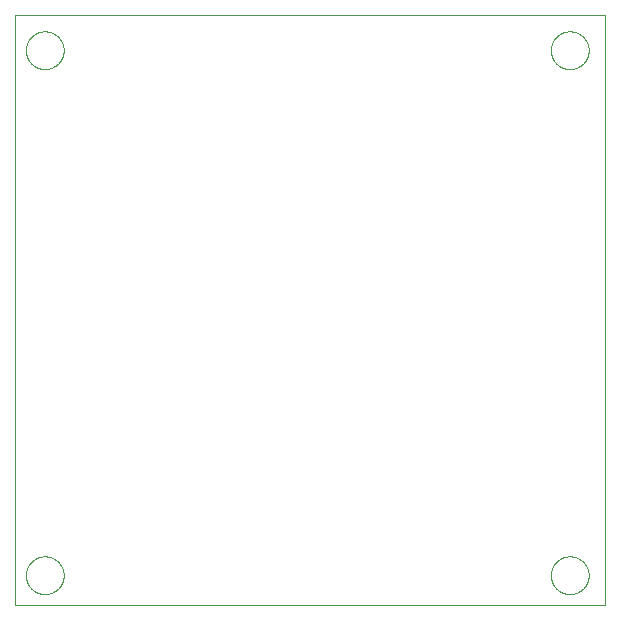
<source format=gtp>
G75*
%MOIN*%
%OFA0B0*%
%FSLAX25Y25*%
%IPPOS*%
%LPD*%
%AMOC8*
5,1,8,0,0,1.08239X$1,22.5*
%
%ADD10C,0.00000*%
D10*
X0001800Y0006800D02*
X0001800Y0203650D01*
X0198650Y0203650D01*
X0198650Y0006800D01*
X0001800Y0006800D01*
X0005501Y0016800D02*
X0005503Y0016958D01*
X0005509Y0017116D01*
X0005519Y0017274D01*
X0005533Y0017432D01*
X0005551Y0017589D01*
X0005572Y0017746D01*
X0005598Y0017902D01*
X0005628Y0018058D01*
X0005661Y0018213D01*
X0005699Y0018366D01*
X0005740Y0018519D01*
X0005785Y0018671D01*
X0005834Y0018822D01*
X0005887Y0018971D01*
X0005943Y0019119D01*
X0006003Y0019265D01*
X0006067Y0019410D01*
X0006135Y0019553D01*
X0006206Y0019695D01*
X0006280Y0019835D01*
X0006358Y0019972D01*
X0006440Y0020108D01*
X0006524Y0020242D01*
X0006613Y0020373D01*
X0006704Y0020502D01*
X0006799Y0020629D01*
X0006896Y0020754D01*
X0006997Y0020876D01*
X0007101Y0020995D01*
X0007208Y0021112D01*
X0007318Y0021226D01*
X0007431Y0021337D01*
X0007546Y0021446D01*
X0007664Y0021551D01*
X0007785Y0021653D01*
X0007908Y0021753D01*
X0008034Y0021849D01*
X0008162Y0021942D01*
X0008292Y0022032D01*
X0008425Y0022118D01*
X0008560Y0022202D01*
X0008696Y0022281D01*
X0008835Y0022358D01*
X0008976Y0022430D01*
X0009118Y0022500D01*
X0009262Y0022565D01*
X0009408Y0022627D01*
X0009555Y0022685D01*
X0009704Y0022740D01*
X0009854Y0022791D01*
X0010005Y0022838D01*
X0010157Y0022881D01*
X0010310Y0022920D01*
X0010465Y0022956D01*
X0010620Y0022987D01*
X0010776Y0023015D01*
X0010932Y0023039D01*
X0011089Y0023059D01*
X0011247Y0023075D01*
X0011404Y0023087D01*
X0011563Y0023095D01*
X0011721Y0023099D01*
X0011879Y0023099D01*
X0012037Y0023095D01*
X0012196Y0023087D01*
X0012353Y0023075D01*
X0012511Y0023059D01*
X0012668Y0023039D01*
X0012824Y0023015D01*
X0012980Y0022987D01*
X0013135Y0022956D01*
X0013290Y0022920D01*
X0013443Y0022881D01*
X0013595Y0022838D01*
X0013746Y0022791D01*
X0013896Y0022740D01*
X0014045Y0022685D01*
X0014192Y0022627D01*
X0014338Y0022565D01*
X0014482Y0022500D01*
X0014624Y0022430D01*
X0014765Y0022358D01*
X0014904Y0022281D01*
X0015040Y0022202D01*
X0015175Y0022118D01*
X0015308Y0022032D01*
X0015438Y0021942D01*
X0015566Y0021849D01*
X0015692Y0021753D01*
X0015815Y0021653D01*
X0015936Y0021551D01*
X0016054Y0021446D01*
X0016169Y0021337D01*
X0016282Y0021226D01*
X0016392Y0021112D01*
X0016499Y0020995D01*
X0016603Y0020876D01*
X0016704Y0020754D01*
X0016801Y0020629D01*
X0016896Y0020502D01*
X0016987Y0020373D01*
X0017076Y0020242D01*
X0017160Y0020108D01*
X0017242Y0019972D01*
X0017320Y0019835D01*
X0017394Y0019695D01*
X0017465Y0019553D01*
X0017533Y0019410D01*
X0017597Y0019265D01*
X0017657Y0019119D01*
X0017713Y0018971D01*
X0017766Y0018822D01*
X0017815Y0018671D01*
X0017860Y0018519D01*
X0017901Y0018366D01*
X0017939Y0018213D01*
X0017972Y0018058D01*
X0018002Y0017902D01*
X0018028Y0017746D01*
X0018049Y0017589D01*
X0018067Y0017432D01*
X0018081Y0017274D01*
X0018091Y0017116D01*
X0018097Y0016958D01*
X0018099Y0016800D01*
X0018097Y0016642D01*
X0018091Y0016484D01*
X0018081Y0016326D01*
X0018067Y0016168D01*
X0018049Y0016011D01*
X0018028Y0015854D01*
X0018002Y0015698D01*
X0017972Y0015542D01*
X0017939Y0015387D01*
X0017901Y0015234D01*
X0017860Y0015081D01*
X0017815Y0014929D01*
X0017766Y0014778D01*
X0017713Y0014629D01*
X0017657Y0014481D01*
X0017597Y0014335D01*
X0017533Y0014190D01*
X0017465Y0014047D01*
X0017394Y0013905D01*
X0017320Y0013765D01*
X0017242Y0013628D01*
X0017160Y0013492D01*
X0017076Y0013358D01*
X0016987Y0013227D01*
X0016896Y0013098D01*
X0016801Y0012971D01*
X0016704Y0012846D01*
X0016603Y0012724D01*
X0016499Y0012605D01*
X0016392Y0012488D01*
X0016282Y0012374D01*
X0016169Y0012263D01*
X0016054Y0012154D01*
X0015936Y0012049D01*
X0015815Y0011947D01*
X0015692Y0011847D01*
X0015566Y0011751D01*
X0015438Y0011658D01*
X0015308Y0011568D01*
X0015175Y0011482D01*
X0015040Y0011398D01*
X0014904Y0011319D01*
X0014765Y0011242D01*
X0014624Y0011170D01*
X0014482Y0011100D01*
X0014338Y0011035D01*
X0014192Y0010973D01*
X0014045Y0010915D01*
X0013896Y0010860D01*
X0013746Y0010809D01*
X0013595Y0010762D01*
X0013443Y0010719D01*
X0013290Y0010680D01*
X0013135Y0010644D01*
X0012980Y0010613D01*
X0012824Y0010585D01*
X0012668Y0010561D01*
X0012511Y0010541D01*
X0012353Y0010525D01*
X0012196Y0010513D01*
X0012037Y0010505D01*
X0011879Y0010501D01*
X0011721Y0010501D01*
X0011563Y0010505D01*
X0011404Y0010513D01*
X0011247Y0010525D01*
X0011089Y0010541D01*
X0010932Y0010561D01*
X0010776Y0010585D01*
X0010620Y0010613D01*
X0010465Y0010644D01*
X0010310Y0010680D01*
X0010157Y0010719D01*
X0010005Y0010762D01*
X0009854Y0010809D01*
X0009704Y0010860D01*
X0009555Y0010915D01*
X0009408Y0010973D01*
X0009262Y0011035D01*
X0009118Y0011100D01*
X0008976Y0011170D01*
X0008835Y0011242D01*
X0008696Y0011319D01*
X0008560Y0011398D01*
X0008425Y0011482D01*
X0008292Y0011568D01*
X0008162Y0011658D01*
X0008034Y0011751D01*
X0007908Y0011847D01*
X0007785Y0011947D01*
X0007664Y0012049D01*
X0007546Y0012154D01*
X0007431Y0012263D01*
X0007318Y0012374D01*
X0007208Y0012488D01*
X0007101Y0012605D01*
X0006997Y0012724D01*
X0006896Y0012846D01*
X0006799Y0012971D01*
X0006704Y0013098D01*
X0006613Y0013227D01*
X0006524Y0013358D01*
X0006440Y0013492D01*
X0006358Y0013628D01*
X0006280Y0013765D01*
X0006206Y0013905D01*
X0006135Y0014047D01*
X0006067Y0014190D01*
X0006003Y0014335D01*
X0005943Y0014481D01*
X0005887Y0014629D01*
X0005834Y0014778D01*
X0005785Y0014929D01*
X0005740Y0015081D01*
X0005699Y0015234D01*
X0005661Y0015387D01*
X0005628Y0015542D01*
X0005598Y0015698D01*
X0005572Y0015854D01*
X0005551Y0016011D01*
X0005533Y0016168D01*
X0005519Y0016326D01*
X0005509Y0016484D01*
X0005503Y0016642D01*
X0005501Y0016800D01*
X0005501Y0191800D02*
X0005503Y0191958D01*
X0005509Y0192116D01*
X0005519Y0192274D01*
X0005533Y0192432D01*
X0005551Y0192589D01*
X0005572Y0192746D01*
X0005598Y0192902D01*
X0005628Y0193058D01*
X0005661Y0193213D01*
X0005699Y0193366D01*
X0005740Y0193519D01*
X0005785Y0193671D01*
X0005834Y0193822D01*
X0005887Y0193971D01*
X0005943Y0194119D01*
X0006003Y0194265D01*
X0006067Y0194410D01*
X0006135Y0194553D01*
X0006206Y0194695D01*
X0006280Y0194835D01*
X0006358Y0194972D01*
X0006440Y0195108D01*
X0006524Y0195242D01*
X0006613Y0195373D01*
X0006704Y0195502D01*
X0006799Y0195629D01*
X0006896Y0195754D01*
X0006997Y0195876D01*
X0007101Y0195995D01*
X0007208Y0196112D01*
X0007318Y0196226D01*
X0007431Y0196337D01*
X0007546Y0196446D01*
X0007664Y0196551D01*
X0007785Y0196653D01*
X0007908Y0196753D01*
X0008034Y0196849D01*
X0008162Y0196942D01*
X0008292Y0197032D01*
X0008425Y0197118D01*
X0008560Y0197202D01*
X0008696Y0197281D01*
X0008835Y0197358D01*
X0008976Y0197430D01*
X0009118Y0197500D01*
X0009262Y0197565D01*
X0009408Y0197627D01*
X0009555Y0197685D01*
X0009704Y0197740D01*
X0009854Y0197791D01*
X0010005Y0197838D01*
X0010157Y0197881D01*
X0010310Y0197920D01*
X0010465Y0197956D01*
X0010620Y0197987D01*
X0010776Y0198015D01*
X0010932Y0198039D01*
X0011089Y0198059D01*
X0011247Y0198075D01*
X0011404Y0198087D01*
X0011563Y0198095D01*
X0011721Y0198099D01*
X0011879Y0198099D01*
X0012037Y0198095D01*
X0012196Y0198087D01*
X0012353Y0198075D01*
X0012511Y0198059D01*
X0012668Y0198039D01*
X0012824Y0198015D01*
X0012980Y0197987D01*
X0013135Y0197956D01*
X0013290Y0197920D01*
X0013443Y0197881D01*
X0013595Y0197838D01*
X0013746Y0197791D01*
X0013896Y0197740D01*
X0014045Y0197685D01*
X0014192Y0197627D01*
X0014338Y0197565D01*
X0014482Y0197500D01*
X0014624Y0197430D01*
X0014765Y0197358D01*
X0014904Y0197281D01*
X0015040Y0197202D01*
X0015175Y0197118D01*
X0015308Y0197032D01*
X0015438Y0196942D01*
X0015566Y0196849D01*
X0015692Y0196753D01*
X0015815Y0196653D01*
X0015936Y0196551D01*
X0016054Y0196446D01*
X0016169Y0196337D01*
X0016282Y0196226D01*
X0016392Y0196112D01*
X0016499Y0195995D01*
X0016603Y0195876D01*
X0016704Y0195754D01*
X0016801Y0195629D01*
X0016896Y0195502D01*
X0016987Y0195373D01*
X0017076Y0195242D01*
X0017160Y0195108D01*
X0017242Y0194972D01*
X0017320Y0194835D01*
X0017394Y0194695D01*
X0017465Y0194553D01*
X0017533Y0194410D01*
X0017597Y0194265D01*
X0017657Y0194119D01*
X0017713Y0193971D01*
X0017766Y0193822D01*
X0017815Y0193671D01*
X0017860Y0193519D01*
X0017901Y0193366D01*
X0017939Y0193213D01*
X0017972Y0193058D01*
X0018002Y0192902D01*
X0018028Y0192746D01*
X0018049Y0192589D01*
X0018067Y0192432D01*
X0018081Y0192274D01*
X0018091Y0192116D01*
X0018097Y0191958D01*
X0018099Y0191800D01*
X0018097Y0191642D01*
X0018091Y0191484D01*
X0018081Y0191326D01*
X0018067Y0191168D01*
X0018049Y0191011D01*
X0018028Y0190854D01*
X0018002Y0190698D01*
X0017972Y0190542D01*
X0017939Y0190387D01*
X0017901Y0190234D01*
X0017860Y0190081D01*
X0017815Y0189929D01*
X0017766Y0189778D01*
X0017713Y0189629D01*
X0017657Y0189481D01*
X0017597Y0189335D01*
X0017533Y0189190D01*
X0017465Y0189047D01*
X0017394Y0188905D01*
X0017320Y0188765D01*
X0017242Y0188628D01*
X0017160Y0188492D01*
X0017076Y0188358D01*
X0016987Y0188227D01*
X0016896Y0188098D01*
X0016801Y0187971D01*
X0016704Y0187846D01*
X0016603Y0187724D01*
X0016499Y0187605D01*
X0016392Y0187488D01*
X0016282Y0187374D01*
X0016169Y0187263D01*
X0016054Y0187154D01*
X0015936Y0187049D01*
X0015815Y0186947D01*
X0015692Y0186847D01*
X0015566Y0186751D01*
X0015438Y0186658D01*
X0015308Y0186568D01*
X0015175Y0186482D01*
X0015040Y0186398D01*
X0014904Y0186319D01*
X0014765Y0186242D01*
X0014624Y0186170D01*
X0014482Y0186100D01*
X0014338Y0186035D01*
X0014192Y0185973D01*
X0014045Y0185915D01*
X0013896Y0185860D01*
X0013746Y0185809D01*
X0013595Y0185762D01*
X0013443Y0185719D01*
X0013290Y0185680D01*
X0013135Y0185644D01*
X0012980Y0185613D01*
X0012824Y0185585D01*
X0012668Y0185561D01*
X0012511Y0185541D01*
X0012353Y0185525D01*
X0012196Y0185513D01*
X0012037Y0185505D01*
X0011879Y0185501D01*
X0011721Y0185501D01*
X0011563Y0185505D01*
X0011404Y0185513D01*
X0011247Y0185525D01*
X0011089Y0185541D01*
X0010932Y0185561D01*
X0010776Y0185585D01*
X0010620Y0185613D01*
X0010465Y0185644D01*
X0010310Y0185680D01*
X0010157Y0185719D01*
X0010005Y0185762D01*
X0009854Y0185809D01*
X0009704Y0185860D01*
X0009555Y0185915D01*
X0009408Y0185973D01*
X0009262Y0186035D01*
X0009118Y0186100D01*
X0008976Y0186170D01*
X0008835Y0186242D01*
X0008696Y0186319D01*
X0008560Y0186398D01*
X0008425Y0186482D01*
X0008292Y0186568D01*
X0008162Y0186658D01*
X0008034Y0186751D01*
X0007908Y0186847D01*
X0007785Y0186947D01*
X0007664Y0187049D01*
X0007546Y0187154D01*
X0007431Y0187263D01*
X0007318Y0187374D01*
X0007208Y0187488D01*
X0007101Y0187605D01*
X0006997Y0187724D01*
X0006896Y0187846D01*
X0006799Y0187971D01*
X0006704Y0188098D01*
X0006613Y0188227D01*
X0006524Y0188358D01*
X0006440Y0188492D01*
X0006358Y0188628D01*
X0006280Y0188765D01*
X0006206Y0188905D01*
X0006135Y0189047D01*
X0006067Y0189190D01*
X0006003Y0189335D01*
X0005943Y0189481D01*
X0005887Y0189629D01*
X0005834Y0189778D01*
X0005785Y0189929D01*
X0005740Y0190081D01*
X0005699Y0190234D01*
X0005661Y0190387D01*
X0005628Y0190542D01*
X0005598Y0190698D01*
X0005572Y0190854D01*
X0005551Y0191011D01*
X0005533Y0191168D01*
X0005519Y0191326D01*
X0005509Y0191484D01*
X0005503Y0191642D01*
X0005501Y0191800D01*
X0180501Y0191800D02*
X0180503Y0191958D01*
X0180509Y0192116D01*
X0180519Y0192274D01*
X0180533Y0192432D01*
X0180551Y0192589D01*
X0180572Y0192746D01*
X0180598Y0192902D01*
X0180628Y0193058D01*
X0180661Y0193213D01*
X0180699Y0193366D01*
X0180740Y0193519D01*
X0180785Y0193671D01*
X0180834Y0193822D01*
X0180887Y0193971D01*
X0180943Y0194119D01*
X0181003Y0194265D01*
X0181067Y0194410D01*
X0181135Y0194553D01*
X0181206Y0194695D01*
X0181280Y0194835D01*
X0181358Y0194972D01*
X0181440Y0195108D01*
X0181524Y0195242D01*
X0181613Y0195373D01*
X0181704Y0195502D01*
X0181799Y0195629D01*
X0181896Y0195754D01*
X0181997Y0195876D01*
X0182101Y0195995D01*
X0182208Y0196112D01*
X0182318Y0196226D01*
X0182431Y0196337D01*
X0182546Y0196446D01*
X0182664Y0196551D01*
X0182785Y0196653D01*
X0182908Y0196753D01*
X0183034Y0196849D01*
X0183162Y0196942D01*
X0183292Y0197032D01*
X0183425Y0197118D01*
X0183560Y0197202D01*
X0183696Y0197281D01*
X0183835Y0197358D01*
X0183976Y0197430D01*
X0184118Y0197500D01*
X0184262Y0197565D01*
X0184408Y0197627D01*
X0184555Y0197685D01*
X0184704Y0197740D01*
X0184854Y0197791D01*
X0185005Y0197838D01*
X0185157Y0197881D01*
X0185310Y0197920D01*
X0185465Y0197956D01*
X0185620Y0197987D01*
X0185776Y0198015D01*
X0185932Y0198039D01*
X0186089Y0198059D01*
X0186247Y0198075D01*
X0186404Y0198087D01*
X0186563Y0198095D01*
X0186721Y0198099D01*
X0186879Y0198099D01*
X0187037Y0198095D01*
X0187196Y0198087D01*
X0187353Y0198075D01*
X0187511Y0198059D01*
X0187668Y0198039D01*
X0187824Y0198015D01*
X0187980Y0197987D01*
X0188135Y0197956D01*
X0188290Y0197920D01*
X0188443Y0197881D01*
X0188595Y0197838D01*
X0188746Y0197791D01*
X0188896Y0197740D01*
X0189045Y0197685D01*
X0189192Y0197627D01*
X0189338Y0197565D01*
X0189482Y0197500D01*
X0189624Y0197430D01*
X0189765Y0197358D01*
X0189904Y0197281D01*
X0190040Y0197202D01*
X0190175Y0197118D01*
X0190308Y0197032D01*
X0190438Y0196942D01*
X0190566Y0196849D01*
X0190692Y0196753D01*
X0190815Y0196653D01*
X0190936Y0196551D01*
X0191054Y0196446D01*
X0191169Y0196337D01*
X0191282Y0196226D01*
X0191392Y0196112D01*
X0191499Y0195995D01*
X0191603Y0195876D01*
X0191704Y0195754D01*
X0191801Y0195629D01*
X0191896Y0195502D01*
X0191987Y0195373D01*
X0192076Y0195242D01*
X0192160Y0195108D01*
X0192242Y0194972D01*
X0192320Y0194835D01*
X0192394Y0194695D01*
X0192465Y0194553D01*
X0192533Y0194410D01*
X0192597Y0194265D01*
X0192657Y0194119D01*
X0192713Y0193971D01*
X0192766Y0193822D01*
X0192815Y0193671D01*
X0192860Y0193519D01*
X0192901Y0193366D01*
X0192939Y0193213D01*
X0192972Y0193058D01*
X0193002Y0192902D01*
X0193028Y0192746D01*
X0193049Y0192589D01*
X0193067Y0192432D01*
X0193081Y0192274D01*
X0193091Y0192116D01*
X0193097Y0191958D01*
X0193099Y0191800D01*
X0193097Y0191642D01*
X0193091Y0191484D01*
X0193081Y0191326D01*
X0193067Y0191168D01*
X0193049Y0191011D01*
X0193028Y0190854D01*
X0193002Y0190698D01*
X0192972Y0190542D01*
X0192939Y0190387D01*
X0192901Y0190234D01*
X0192860Y0190081D01*
X0192815Y0189929D01*
X0192766Y0189778D01*
X0192713Y0189629D01*
X0192657Y0189481D01*
X0192597Y0189335D01*
X0192533Y0189190D01*
X0192465Y0189047D01*
X0192394Y0188905D01*
X0192320Y0188765D01*
X0192242Y0188628D01*
X0192160Y0188492D01*
X0192076Y0188358D01*
X0191987Y0188227D01*
X0191896Y0188098D01*
X0191801Y0187971D01*
X0191704Y0187846D01*
X0191603Y0187724D01*
X0191499Y0187605D01*
X0191392Y0187488D01*
X0191282Y0187374D01*
X0191169Y0187263D01*
X0191054Y0187154D01*
X0190936Y0187049D01*
X0190815Y0186947D01*
X0190692Y0186847D01*
X0190566Y0186751D01*
X0190438Y0186658D01*
X0190308Y0186568D01*
X0190175Y0186482D01*
X0190040Y0186398D01*
X0189904Y0186319D01*
X0189765Y0186242D01*
X0189624Y0186170D01*
X0189482Y0186100D01*
X0189338Y0186035D01*
X0189192Y0185973D01*
X0189045Y0185915D01*
X0188896Y0185860D01*
X0188746Y0185809D01*
X0188595Y0185762D01*
X0188443Y0185719D01*
X0188290Y0185680D01*
X0188135Y0185644D01*
X0187980Y0185613D01*
X0187824Y0185585D01*
X0187668Y0185561D01*
X0187511Y0185541D01*
X0187353Y0185525D01*
X0187196Y0185513D01*
X0187037Y0185505D01*
X0186879Y0185501D01*
X0186721Y0185501D01*
X0186563Y0185505D01*
X0186404Y0185513D01*
X0186247Y0185525D01*
X0186089Y0185541D01*
X0185932Y0185561D01*
X0185776Y0185585D01*
X0185620Y0185613D01*
X0185465Y0185644D01*
X0185310Y0185680D01*
X0185157Y0185719D01*
X0185005Y0185762D01*
X0184854Y0185809D01*
X0184704Y0185860D01*
X0184555Y0185915D01*
X0184408Y0185973D01*
X0184262Y0186035D01*
X0184118Y0186100D01*
X0183976Y0186170D01*
X0183835Y0186242D01*
X0183696Y0186319D01*
X0183560Y0186398D01*
X0183425Y0186482D01*
X0183292Y0186568D01*
X0183162Y0186658D01*
X0183034Y0186751D01*
X0182908Y0186847D01*
X0182785Y0186947D01*
X0182664Y0187049D01*
X0182546Y0187154D01*
X0182431Y0187263D01*
X0182318Y0187374D01*
X0182208Y0187488D01*
X0182101Y0187605D01*
X0181997Y0187724D01*
X0181896Y0187846D01*
X0181799Y0187971D01*
X0181704Y0188098D01*
X0181613Y0188227D01*
X0181524Y0188358D01*
X0181440Y0188492D01*
X0181358Y0188628D01*
X0181280Y0188765D01*
X0181206Y0188905D01*
X0181135Y0189047D01*
X0181067Y0189190D01*
X0181003Y0189335D01*
X0180943Y0189481D01*
X0180887Y0189629D01*
X0180834Y0189778D01*
X0180785Y0189929D01*
X0180740Y0190081D01*
X0180699Y0190234D01*
X0180661Y0190387D01*
X0180628Y0190542D01*
X0180598Y0190698D01*
X0180572Y0190854D01*
X0180551Y0191011D01*
X0180533Y0191168D01*
X0180519Y0191326D01*
X0180509Y0191484D01*
X0180503Y0191642D01*
X0180501Y0191800D01*
X0180501Y0016800D02*
X0180503Y0016958D01*
X0180509Y0017116D01*
X0180519Y0017274D01*
X0180533Y0017432D01*
X0180551Y0017589D01*
X0180572Y0017746D01*
X0180598Y0017902D01*
X0180628Y0018058D01*
X0180661Y0018213D01*
X0180699Y0018366D01*
X0180740Y0018519D01*
X0180785Y0018671D01*
X0180834Y0018822D01*
X0180887Y0018971D01*
X0180943Y0019119D01*
X0181003Y0019265D01*
X0181067Y0019410D01*
X0181135Y0019553D01*
X0181206Y0019695D01*
X0181280Y0019835D01*
X0181358Y0019972D01*
X0181440Y0020108D01*
X0181524Y0020242D01*
X0181613Y0020373D01*
X0181704Y0020502D01*
X0181799Y0020629D01*
X0181896Y0020754D01*
X0181997Y0020876D01*
X0182101Y0020995D01*
X0182208Y0021112D01*
X0182318Y0021226D01*
X0182431Y0021337D01*
X0182546Y0021446D01*
X0182664Y0021551D01*
X0182785Y0021653D01*
X0182908Y0021753D01*
X0183034Y0021849D01*
X0183162Y0021942D01*
X0183292Y0022032D01*
X0183425Y0022118D01*
X0183560Y0022202D01*
X0183696Y0022281D01*
X0183835Y0022358D01*
X0183976Y0022430D01*
X0184118Y0022500D01*
X0184262Y0022565D01*
X0184408Y0022627D01*
X0184555Y0022685D01*
X0184704Y0022740D01*
X0184854Y0022791D01*
X0185005Y0022838D01*
X0185157Y0022881D01*
X0185310Y0022920D01*
X0185465Y0022956D01*
X0185620Y0022987D01*
X0185776Y0023015D01*
X0185932Y0023039D01*
X0186089Y0023059D01*
X0186247Y0023075D01*
X0186404Y0023087D01*
X0186563Y0023095D01*
X0186721Y0023099D01*
X0186879Y0023099D01*
X0187037Y0023095D01*
X0187196Y0023087D01*
X0187353Y0023075D01*
X0187511Y0023059D01*
X0187668Y0023039D01*
X0187824Y0023015D01*
X0187980Y0022987D01*
X0188135Y0022956D01*
X0188290Y0022920D01*
X0188443Y0022881D01*
X0188595Y0022838D01*
X0188746Y0022791D01*
X0188896Y0022740D01*
X0189045Y0022685D01*
X0189192Y0022627D01*
X0189338Y0022565D01*
X0189482Y0022500D01*
X0189624Y0022430D01*
X0189765Y0022358D01*
X0189904Y0022281D01*
X0190040Y0022202D01*
X0190175Y0022118D01*
X0190308Y0022032D01*
X0190438Y0021942D01*
X0190566Y0021849D01*
X0190692Y0021753D01*
X0190815Y0021653D01*
X0190936Y0021551D01*
X0191054Y0021446D01*
X0191169Y0021337D01*
X0191282Y0021226D01*
X0191392Y0021112D01*
X0191499Y0020995D01*
X0191603Y0020876D01*
X0191704Y0020754D01*
X0191801Y0020629D01*
X0191896Y0020502D01*
X0191987Y0020373D01*
X0192076Y0020242D01*
X0192160Y0020108D01*
X0192242Y0019972D01*
X0192320Y0019835D01*
X0192394Y0019695D01*
X0192465Y0019553D01*
X0192533Y0019410D01*
X0192597Y0019265D01*
X0192657Y0019119D01*
X0192713Y0018971D01*
X0192766Y0018822D01*
X0192815Y0018671D01*
X0192860Y0018519D01*
X0192901Y0018366D01*
X0192939Y0018213D01*
X0192972Y0018058D01*
X0193002Y0017902D01*
X0193028Y0017746D01*
X0193049Y0017589D01*
X0193067Y0017432D01*
X0193081Y0017274D01*
X0193091Y0017116D01*
X0193097Y0016958D01*
X0193099Y0016800D01*
X0193097Y0016642D01*
X0193091Y0016484D01*
X0193081Y0016326D01*
X0193067Y0016168D01*
X0193049Y0016011D01*
X0193028Y0015854D01*
X0193002Y0015698D01*
X0192972Y0015542D01*
X0192939Y0015387D01*
X0192901Y0015234D01*
X0192860Y0015081D01*
X0192815Y0014929D01*
X0192766Y0014778D01*
X0192713Y0014629D01*
X0192657Y0014481D01*
X0192597Y0014335D01*
X0192533Y0014190D01*
X0192465Y0014047D01*
X0192394Y0013905D01*
X0192320Y0013765D01*
X0192242Y0013628D01*
X0192160Y0013492D01*
X0192076Y0013358D01*
X0191987Y0013227D01*
X0191896Y0013098D01*
X0191801Y0012971D01*
X0191704Y0012846D01*
X0191603Y0012724D01*
X0191499Y0012605D01*
X0191392Y0012488D01*
X0191282Y0012374D01*
X0191169Y0012263D01*
X0191054Y0012154D01*
X0190936Y0012049D01*
X0190815Y0011947D01*
X0190692Y0011847D01*
X0190566Y0011751D01*
X0190438Y0011658D01*
X0190308Y0011568D01*
X0190175Y0011482D01*
X0190040Y0011398D01*
X0189904Y0011319D01*
X0189765Y0011242D01*
X0189624Y0011170D01*
X0189482Y0011100D01*
X0189338Y0011035D01*
X0189192Y0010973D01*
X0189045Y0010915D01*
X0188896Y0010860D01*
X0188746Y0010809D01*
X0188595Y0010762D01*
X0188443Y0010719D01*
X0188290Y0010680D01*
X0188135Y0010644D01*
X0187980Y0010613D01*
X0187824Y0010585D01*
X0187668Y0010561D01*
X0187511Y0010541D01*
X0187353Y0010525D01*
X0187196Y0010513D01*
X0187037Y0010505D01*
X0186879Y0010501D01*
X0186721Y0010501D01*
X0186563Y0010505D01*
X0186404Y0010513D01*
X0186247Y0010525D01*
X0186089Y0010541D01*
X0185932Y0010561D01*
X0185776Y0010585D01*
X0185620Y0010613D01*
X0185465Y0010644D01*
X0185310Y0010680D01*
X0185157Y0010719D01*
X0185005Y0010762D01*
X0184854Y0010809D01*
X0184704Y0010860D01*
X0184555Y0010915D01*
X0184408Y0010973D01*
X0184262Y0011035D01*
X0184118Y0011100D01*
X0183976Y0011170D01*
X0183835Y0011242D01*
X0183696Y0011319D01*
X0183560Y0011398D01*
X0183425Y0011482D01*
X0183292Y0011568D01*
X0183162Y0011658D01*
X0183034Y0011751D01*
X0182908Y0011847D01*
X0182785Y0011947D01*
X0182664Y0012049D01*
X0182546Y0012154D01*
X0182431Y0012263D01*
X0182318Y0012374D01*
X0182208Y0012488D01*
X0182101Y0012605D01*
X0181997Y0012724D01*
X0181896Y0012846D01*
X0181799Y0012971D01*
X0181704Y0013098D01*
X0181613Y0013227D01*
X0181524Y0013358D01*
X0181440Y0013492D01*
X0181358Y0013628D01*
X0181280Y0013765D01*
X0181206Y0013905D01*
X0181135Y0014047D01*
X0181067Y0014190D01*
X0181003Y0014335D01*
X0180943Y0014481D01*
X0180887Y0014629D01*
X0180834Y0014778D01*
X0180785Y0014929D01*
X0180740Y0015081D01*
X0180699Y0015234D01*
X0180661Y0015387D01*
X0180628Y0015542D01*
X0180598Y0015698D01*
X0180572Y0015854D01*
X0180551Y0016011D01*
X0180533Y0016168D01*
X0180519Y0016326D01*
X0180509Y0016484D01*
X0180503Y0016642D01*
X0180501Y0016800D01*
M02*

</source>
